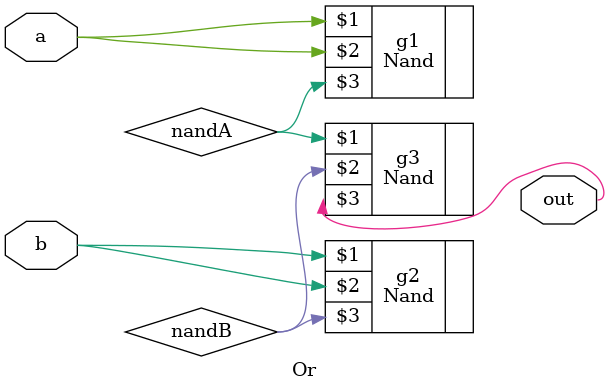
<source format=v>
`include "modules/gates/nand.v"

`ifndef _OR_V_
`define _OR_V_
module Or(input a,
          b,
          output out);
    Nand g1(a, a, nandA);
    Nand g2(b, b, nandB);
    Nand g3(nandA, nandB, out);
endmodule
    
    `endif

</source>
